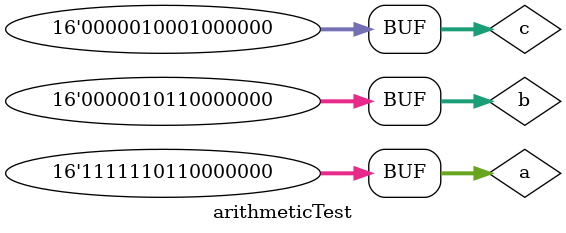
<source format=v>
module arithmeticTest ();

	
	reg [15:0] a,b;
	reg [15:0] c;

	initial begin
		a=0;
		b=0;
		a[15:6] = 0;
		b[15:6] = 1;

		#100;
		c = a-b;

		#100;
		c=16'bx;

		#100;
		c = $signed(a) - $signed(b);

	//
		#100; 
		a[15:6] = $signed(-100);
		b[15:6] = $signed(10);
		c = 16'bx;

		#100;
		c = ($signed(a)/$signed(b)) << 6;

	//
		#100;
		a[15:6] = $signed(-100);
		b[15:6] = $signed(33);
		c = 16'bx;

		#100;
		c = (($signed(a)<<6)/$signed(b));

	//
		#100;
		a[15:6] = $signed(-10);
		b[15:6] = $signed(22);
		c = 16'bx;

		#100;
		c = (($signed(a)<<6)/$signed(b)) << 6;

	end

endmodule
</source>
